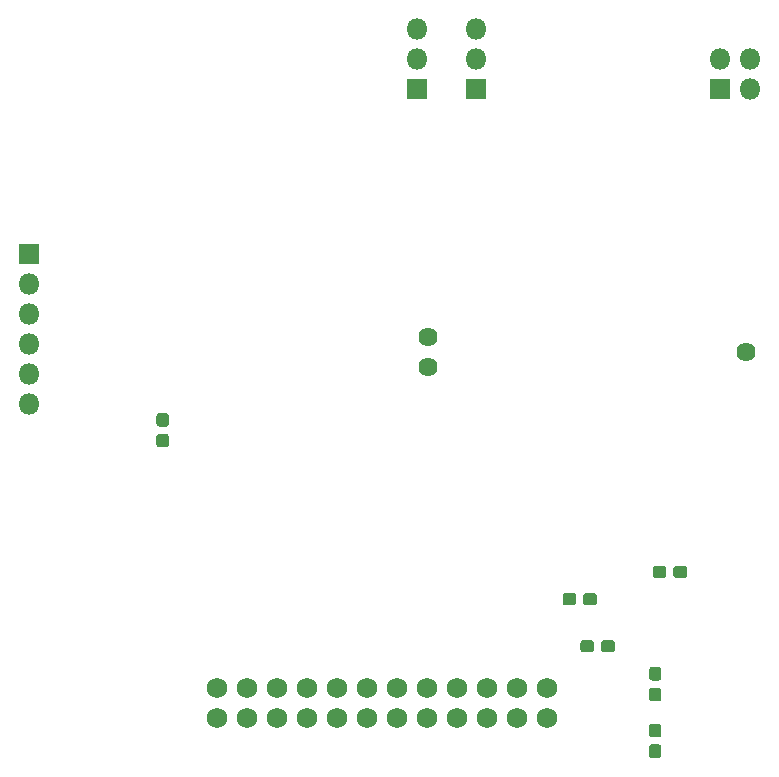
<source format=gbr>
%TF.GenerationSoftware,KiCad,Pcbnew,(5.1.4)-1*%
%TF.CreationDate,2020-12-20T21:21:53+02:00*%
%TF.ProjectId,Borta Dators,426f7274-6120-4446-9174-6f72732e6b69,rev?*%
%TF.SameCoordinates,Original*%
%TF.FileFunction,Soldermask,Bot*%
%TF.FilePolarity,Negative*%
%FSLAX46Y46*%
G04 Gerber Fmt 4.6, Leading zero omitted, Abs format (unit mm)*
G04 Created by KiCad (PCBNEW (5.1.4)-1) date 2020-12-20 21:21:53*
%MOMM*%
%LPD*%
G04 APERTURE LIST*
%ADD10C,1.624000*%
%ADD11C,1.740000*%
%ADD12C,0.100000*%
%ADD13C,1.050000*%
%ADD14R,1.800000X1.800000*%
%ADD15O,1.800000X1.800000*%
G04 APERTURE END LIST*
D10*
%TO.C,J4*%
X118950000Y-80490000D03*
X118950000Y-77950000D03*
X145850000Y-79220000D03*
%TD*%
D11*
%TO.C,J3*%
X128970000Y-110222000D03*
X128970000Y-107682000D03*
X126430000Y-110222000D03*
X126430000Y-107682000D03*
X123890000Y-110222000D03*
X123890000Y-107682000D03*
X121350000Y-110222000D03*
X121350000Y-107682000D03*
X118810000Y-110222000D03*
X118810000Y-107682000D03*
X116270000Y-110222000D03*
X116270000Y-107682000D03*
X113730000Y-110222000D03*
X113730000Y-107682000D03*
X111190000Y-110222000D03*
X111190000Y-107682000D03*
X108650000Y-110222000D03*
X108650000Y-107682000D03*
X106110000Y-110222000D03*
X106110000Y-107682000D03*
X103570000Y-110222000D03*
X103570000Y-107682000D03*
X101030000Y-110222000D03*
X101030000Y-107682000D03*
%TD*%
D12*
%TO.C,C3*%
G36*
X96738229Y-86171264D02*
G01*
X96763711Y-86175044D01*
X96788700Y-86181303D01*
X96812954Y-86189982D01*
X96836242Y-86200996D01*
X96858337Y-86214239D01*
X96879028Y-86229585D01*
X96898116Y-86246884D01*
X96915415Y-86265972D01*
X96930761Y-86286663D01*
X96944004Y-86308758D01*
X96955018Y-86332046D01*
X96963697Y-86356300D01*
X96969956Y-86381289D01*
X96973736Y-86406771D01*
X96975000Y-86432500D01*
X96975000Y-87057500D01*
X96973736Y-87083229D01*
X96969956Y-87108711D01*
X96963697Y-87133700D01*
X96955018Y-87157954D01*
X96944004Y-87181242D01*
X96930761Y-87203337D01*
X96915415Y-87224028D01*
X96898116Y-87243116D01*
X96879028Y-87260415D01*
X96858337Y-87275761D01*
X96836242Y-87289004D01*
X96812954Y-87300018D01*
X96788700Y-87308697D01*
X96763711Y-87314956D01*
X96738229Y-87318736D01*
X96712500Y-87320000D01*
X96187500Y-87320000D01*
X96161771Y-87318736D01*
X96136289Y-87314956D01*
X96111300Y-87308697D01*
X96087046Y-87300018D01*
X96063758Y-87289004D01*
X96041663Y-87275761D01*
X96020972Y-87260415D01*
X96001884Y-87243116D01*
X95984585Y-87224028D01*
X95969239Y-87203337D01*
X95955996Y-87181242D01*
X95944982Y-87157954D01*
X95936303Y-87133700D01*
X95930044Y-87108711D01*
X95926264Y-87083229D01*
X95925000Y-87057500D01*
X95925000Y-86432500D01*
X95926264Y-86406771D01*
X95930044Y-86381289D01*
X95936303Y-86356300D01*
X95944982Y-86332046D01*
X95955996Y-86308758D01*
X95969239Y-86286663D01*
X95984585Y-86265972D01*
X96001884Y-86246884D01*
X96020972Y-86229585D01*
X96041663Y-86214239D01*
X96063758Y-86200996D01*
X96087046Y-86189982D01*
X96111300Y-86181303D01*
X96136289Y-86175044D01*
X96161771Y-86171264D01*
X96187500Y-86170000D01*
X96712500Y-86170000D01*
X96738229Y-86171264D01*
X96738229Y-86171264D01*
G37*
D13*
X96450000Y-86745000D03*
D12*
G36*
X96738229Y-84421264D02*
G01*
X96763711Y-84425044D01*
X96788700Y-84431303D01*
X96812954Y-84439982D01*
X96836242Y-84450996D01*
X96858337Y-84464239D01*
X96879028Y-84479585D01*
X96898116Y-84496884D01*
X96915415Y-84515972D01*
X96930761Y-84536663D01*
X96944004Y-84558758D01*
X96955018Y-84582046D01*
X96963697Y-84606300D01*
X96969956Y-84631289D01*
X96973736Y-84656771D01*
X96975000Y-84682500D01*
X96975000Y-85307500D01*
X96973736Y-85333229D01*
X96969956Y-85358711D01*
X96963697Y-85383700D01*
X96955018Y-85407954D01*
X96944004Y-85431242D01*
X96930761Y-85453337D01*
X96915415Y-85474028D01*
X96898116Y-85493116D01*
X96879028Y-85510415D01*
X96858337Y-85525761D01*
X96836242Y-85539004D01*
X96812954Y-85550018D01*
X96788700Y-85558697D01*
X96763711Y-85564956D01*
X96738229Y-85568736D01*
X96712500Y-85570000D01*
X96187500Y-85570000D01*
X96161771Y-85568736D01*
X96136289Y-85564956D01*
X96111300Y-85558697D01*
X96087046Y-85550018D01*
X96063758Y-85539004D01*
X96041663Y-85525761D01*
X96020972Y-85510415D01*
X96001884Y-85493116D01*
X95984585Y-85474028D01*
X95969239Y-85453337D01*
X95955996Y-85431242D01*
X95944982Y-85407954D01*
X95936303Y-85383700D01*
X95930044Y-85358711D01*
X95926264Y-85333229D01*
X95925000Y-85307500D01*
X95925000Y-84682500D01*
X95926264Y-84656771D01*
X95930044Y-84631289D01*
X95936303Y-84606300D01*
X95944982Y-84582046D01*
X95955996Y-84558758D01*
X95969239Y-84536663D01*
X95984585Y-84515972D01*
X96001884Y-84496884D01*
X96020972Y-84479585D01*
X96041663Y-84464239D01*
X96063758Y-84450996D01*
X96087046Y-84439982D01*
X96111300Y-84431303D01*
X96136289Y-84425044D01*
X96161771Y-84421264D01*
X96187500Y-84420000D01*
X96712500Y-84420000D01*
X96738229Y-84421264D01*
X96738229Y-84421264D01*
G37*
D13*
X96450000Y-84995000D03*
%TD*%
D14*
%TO.C,J1*%
X85150000Y-70960000D03*
D15*
X85150000Y-73500000D03*
X85150000Y-76040000D03*
X85150000Y-78580000D03*
X85150000Y-81120000D03*
X85150000Y-83660000D03*
%TD*%
D12*
%TO.C,R15*%
G36*
X138448229Y-110721264D02*
G01*
X138473711Y-110725044D01*
X138498700Y-110731303D01*
X138522954Y-110739982D01*
X138546242Y-110750996D01*
X138568337Y-110764239D01*
X138589028Y-110779585D01*
X138608116Y-110796884D01*
X138625415Y-110815972D01*
X138640761Y-110836663D01*
X138654004Y-110858758D01*
X138665018Y-110882046D01*
X138673697Y-110906300D01*
X138679956Y-110931289D01*
X138683736Y-110956771D01*
X138685000Y-110982500D01*
X138685000Y-111607500D01*
X138683736Y-111633229D01*
X138679956Y-111658711D01*
X138673697Y-111683700D01*
X138665018Y-111707954D01*
X138654004Y-111731242D01*
X138640761Y-111753337D01*
X138625415Y-111774028D01*
X138608116Y-111793116D01*
X138589028Y-111810415D01*
X138568337Y-111825761D01*
X138546242Y-111839004D01*
X138522954Y-111850018D01*
X138498700Y-111858697D01*
X138473711Y-111864956D01*
X138448229Y-111868736D01*
X138422500Y-111870000D01*
X137897500Y-111870000D01*
X137871771Y-111868736D01*
X137846289Y-111864956D01*
X137821300Y-111858697D01*
X137797046Y-111850018D01*
X137773758Y-111839004D01*
X137751663Y-111825761D01*
X137730972Y-111810415D01*
X137711884Y-111793116D01*
X137694585Y-111774028D01*
X137679239Y-111753337D01*
X137665996Y-111731242D01*
X137654982Y-111707954D01*
X137646303Y-111683700D01*
X137640044Y-111658711D01*
X137636264Y-111633229D01*
X137635000Y-111607500D01*
X137635000Y-110982500D01*
X137636264Y-110956771D01*
X137640044Y-110931289D01*
X137646303Y-110906300D01*
X137654982Y-110882046D01*
X137665996Y-110858758D01*
X137679239Y-110836663D01*
X137694585Y-110815972D01*
X137711884Y-110796884D01*
X137730972Y-110779585D01*
X137751663Y-110764239D01*
X137773758Y-110750996D01*
X137797046Y-110739982D01*
X137821300Y-110731303D01*
X137846289Y-110725044D01*
X137871771Y-110721264D01*
X137897500Y-110720000D01*
X138422500Y-110720000D01*
X138448229Y-110721264D01*
X138448229Y-110721264D01*
G37*
D13*
X138160000Y-111295000D03*
D12*
G36*
X138448229Y-112471264D02*
G01*
X138473711Y-112475044D01*
X138498700Y-112481303D01*
X138522954Y-112489982D01*
X138546242Y-112500996D01*
X138568337Y-112514239D01*
X138589028Y-112529585D01*
X138608116Y-112546884D01*
X138625415Y-112565972D01*
X138640761Y-112586663D01*
X138654004Y-112608758D01*
X138665018Y-112632046D01*
X138673697Y-112656300D01*
X138679956Y-112681289D01*
X138683736Y-112706771D01*
X138685000Y-112732500D01*
X138685000Y-113357500D01*
X138683736Y-113383229D01*
X138679956Y-113408711D01*
X138673697Y-113433700D01*
X138665018Y-113457954D01*
X138654004Y-113481242D01*
X138640761Y-113503337D01*
X138625415Y-113524028D01*
X138608116Y-113543116D01*
X138589028Y-113560415D01*
X138568337Y-113575761D01*
X138546242Y-113589004D01*
X138522954Y-113600018D01*
X138498700Y-113608697D01*
X138473711Y-113614956D01*
X138448229Y-113618736D01*
X138422500Y-113620000D01*
X137897500Y-113620000D01*
X137871771Y-113618736D01*
X137846289Y-113614956D01*
X137821300Y-113608697D01*
X137797046Y-113600018D01*
X137773758Y-113589004D01*
X137751663Y-113575761D01*
X137730972Y-113560415D01*
X137711884Y-113543116D01*
X137694585Y-113524028D01*
X137679239Y-113503337D01*
X137665996Y-113481242D01*
X137654982Y-113457954D01*
X137646303Y-113433700D01*
X137640044Y-113408711D01*
X137636264Y-113383229D01*
X137635000Y-113357500D01*
X137635000Y-112732500D01*
X137636264Y-112706771D01*
X137640044Y-112681289D01*
X137646303Y-112656300D01*
X137654982Y-112632046D01*
X137665996Y-112608758D01*
X137679239Y-112586663D01*
X137694585Y-112565972D01*
X137711884Y-112546884D01*
X137730972Y-112529585D01*
X137751663Y-112514239D01*
X137773758Y-112500996D01*
X137797046Y-112489982D01*
X137821300Y-112481303D01*
X137846289Y-112475044D01*
X137871771Y-112471264D01*
X137897500Y-112470000D01*
X138422500Y-112470000D01*
X138448229Y-112471264D01*
X138448229Y-112471264D01*
G37*
D13*
X138160000Y-113045000D03*
%TD*%
D12*
%TO.C,R16*%
G36*
X138448229Y-107671264D02*
G01*
X138473711Y-107675044D01*
X138498700Y-107681303D01*
X138522954Y-107689982D01*
X138546242Y-107700996D01*
X138568337Y-107714239D01*
X138589028Y-107729585D01*
X138608116Y-107746884D01*
X138625415Y-107765972D01*
X138640761Y-107786663D01*
X138654004Y-107808758D01*
X138665018Y-107832046D01*
X138673697Y-107856300D01*
X138679956Y-107881289D01*
X138683736Y-107906771D01*
X138685000Y-107932500D01*
X138685000Y-108557500D01*
X138683736Y-108583229D01*
X138679956Y-108608711D01*
X138673697Y-108633700D01*
X138665018Y-108657954D01*
X138654004Y-108681242D01*
X138640761Y-108703337D01*
X138625415Y-108724028D01*
X138608116Y-108743116D01*
X138589028Y-108760415D01*
X138568337Y-108775761D01*
X138546242Y-108789004D01*
X138522954Y-108800018D01*
X138498700Y-108808697D01*
X138473711Y-108814956D01*
X138448229Y-108818736D01*
X138422500Y-108820000D01*
X137897500Y-108820000D01*
X137871771Y-108818736D01*
X137846289Y-108814956D01*
X137821300Y-108808697D01*
X137797046Y-108800018D01*
X137773758Y-108789004D01*
X137751663Y-108775761D01*
X137730972Y-108760415D01*
X137711884Y-108743116D01*
X137694585Y-108724028D01*
X137679239Y-108703337D01*
X137665996Y-108681242D01*
X137654982Y-108657954D01*
X137646303Y-108633700D01*
X137640044Y-108608711D01*
X137636264Y-108583229D01*
X137635000Y-108557500D01*
X137635000Y-107932500D01*
X137636264Y-107906771D01*
X137640044Y-107881289D01*
X137646303Y-107856300D01*
X137654982Y-107832046D01*
X137665996Y-107808758D01*
X137679239Y-107786663D01*
X137694585Y-107765972D01*
X137711884Y-107746884D01*
X137730972Y-107729585D01*
X137751663Y-107714239D01*
X137773758Y-107700996D01*
X137797046Y-107689982D01*
X137821300Y-107681303D01*
X137846289Y-107675044D01*
X137871771Y-107671264D01*
X137897500Y-107670000D01*
X138422500Y-107670000D01*
X138448229Y-107671264D01*
X138448229Y-107671264D01*
G37*
D13*
X138160000Y-108245000D03*
D12*
G36*
X138448229Y-105921264D02*
G01*
X138473711Y-105925044D01*
X138498700Y-105931303D01*
X138522954Y-105939982D01*
X138546242Y-105950996D01*
X138568337Y-105964239D01*
X138589028Y-105979585D01*
X138608116Y-105996884D01*
X138625415Y-106015972D01*
X138640761Y-106036663D01*
X138654004Y-106058758D01*
X138665018Y-106082046D01*
X138673697Y-106106300D01*
X138679956Y-106131289D01*
X138683736Y-106156771D01*
X138685000Y-106182500D01*
X138685000Y-106807500D01*
X138683736Y-106833229D01*
X138679956Y-106858711D01*
X138673697Y-106883700D01*
X138665018Y-106907954D01*
X138654004Y-106931242D01*
X138640761Y-106953337D01*
X138625415Y-106974028D01*
X138608116Y-106993116D01*
X138589028Y-107010415D01*
X138568337Y-107025761D01*
X138546242Y-107039004D01*
X138522954Y-107050018D01*
X138498700Y-107058697D01*
X138473711Y-107064956D01*
X138448229Y-107068736D01*
X138422500Y-107070000D01*
X137897500Y-107070000D01*
X137871771Y-107068736D01*
X137846289Y-107064956D01*
X137821300Y-107058697D01*
X137797046Y-107050018D01*
X137773758Y-107039004D01*
X137751663Y-107025761D01*
X137730972Y-107010415D01*
X137711884Y-106993116D01*
X137694585Y-106974028D01*
X137679239Y-106953337D01*
X137665996Y-106931242D01*
X137654982Y-106907954D01*
X137646303Y-106883700D01*
X137640044Y-106858711D01*
X137636264Y-106833229D01*
X137635000Y-106807500D01*
X137635000Y-106182500D01*
X137636264Y-106156771D01*
X137640044Y-106131289D01*
X137646303Y-106106300D01*
X137654982Y-106082046D01*
X137665996Y-106058758D01*
X137679239Y-106036663D01*
X137694585Y-106015972D01*
X137711884Y-105996884D01*
X137730972Y-105979585D01*
X137751663Y-105964239D01*
X137773758Y-105950996D01*
X137797046Y-105939982D01*
X137821300Y-105931303D01*
X137846289Y-105925044D01*
X137871771Y-105921264D01*
X137897500Y-105920000D01*
X138422500Y-105920000D01*
X138448229Y-105921264D01*
X138448229Y-105921264D01*
G37*
D13*
X138160000Y-106495000D03*
%TD*%
D12*
%TO.C,R17*%
G36*
X134483229Y-103646264D02*
G01*
X134508711Y-103650044D01*
X134533700Y-103656303D01*
X134557954Y-103664982D01*
X134581242Y-103675996D01*
X134603337Y-103689239D01*
X134624028Y-103704585D01*
X134643116Y-103721884D01*
X134660415Y-103740972D01*
X134675761Y-103761663D01*
X134689004Y-103783758D01*
X134700018Y-103807046D01*
X134708697Y-103831300D01*
X134714956Y-103856289D01*
X134718736Y-103881771D01*
X134720000Y-103907500D01*
X134720000Y-104432500D01*
X134718736Y-104458229D01*
X134714956Y-104483711D01*
X134708697Y-104508700D01*
X134700018Y-104532954D01*
X134689004Y-104556242D01*
X134675761Y-104578337D01*
X134660415Y-104599028D01*
X134643116Y-104618116D01*
X134624028Y-104635415D01*
X134603337Y-104650761D01*
X134581242Y-104664004D01*
X134557954Y-104675018D01*
X134533700Y-104683697D01*
X134508711Y-104689956D01*
X134483229Y-104693736D01*
X134457500Y-104695000D01*
X133832500Y-104695000D01*
X133806771Y-104693736D01*
X133781289Y-104689956D01*
X133756300Y-104683697D01*
X133732046Y-104675018D01*
X133708758Y-104664004D01*
X133686663Y-104650761D01*
X133665972Y-104635415D01*
X133646884Y-104618116D01*
X133629585Y-104599028D01*
X133614239Y-104578337D01*
X133600996Y-104556242D01*
X133589982Y-104532954D01*
X133581303Y-104508700D01*
X133575044Y-104483711D01*
X133571264Y-104458229D01*
X133570000Y-104432500D01*
X133570000Y-103907500D01*
X133571264Y-103881771D01*
X133575044Y-103856289D01*
X133581303Y-103831300D01*
X133589982Y-103807046D01*
X133600996Y-103783758D01*
X133614239Y-103761663D01*
X133629585Y-103740972D01*
X133646884Y-103721884D01*
X133665972Y-103704585D01*
X133686663Y-103689239D01*
X133708758Y-103675996D01*
X133732046Y-103664982D01*
X133756300Y-103656303D01*
X133781289Y-103650044D01*
X133806771Y-103646264D01*
X133832500Y-103645000D01*
X134457500Y-103645000D01*
X134483229Y-103646264D01*
X134483229Y-103646264D01*
G37*
D13*
X134145000Y-104170000D03*
D12*
G36*
X132733229Y-103646264D02*
G01*
X132758711Y-103650044D01*
X132783700Y-103656303D01*
X132807954Y-103664982D01*
X132831242Y-103675996D01*
X132853337Y-103689239D01*
X132874028Y-103704585D01*
X132893116Y-103721884D01*
X132910415Y-103740972D01*
X132925761Y-103761663D01*
X132939004Y-103783758D01*
X132950018Y-103807046D01*
X132958697Y-103831300D01*
X132964956Y-103856289D01*
X132968736Y-103881771D01*
X132970000Y-103907500D01*
X132970000Y-104432500D01*
X132968736Y-104458229D01*
X132964956Y-104483711D01*
X132958697Y-104508700D01*
X132950018Y-104532954D01*
X132939004Y-104556242D01*
X132925761Y-104578337D01*
X132910415Y-104599028D01*
X132893116Y-104618116D01*
X132874028Y-104635415D01*
X132853337Y-104650761D01*
X132831242Y-104664004D01*
X132807954Y-104675018D01*
X132783700Y-104683697D01*
X132758711Y-104689956D01*
X132733229Y-104693736D01*
X132707500Y-104695000D01*
X132082500Y-104695000D01*
X132056771Y-104693736D01*
X132031289Y-104689956D01*
X132006300Y-104683697D01*
X131982046Y-104675018D01*
X131958758Y-104664004D01*
X131936663Y-104650761D01*
X131915972Y-104635415D01*
X131896884Y-104618116D01*
X131879585Y-104599028D01*
X131864239Y-104578337D01*
X131850996Y-104556242D01*
X131839982Y-104532954D01*
X131831303Y-104508700D01*
X131825044Y-104483711D01*
X131821264Y-104458229D01*
X131820000Y-104432500D01*
X131820000Y-103907500D01*
X131821264Y-103881771D01*
X131825044Y-103856289D01*
X131831303Y-103831300D01*
X131839982Y-103807046D01*
X131850996Y-103783758D01*
X131864239Y-103761663D01*
X131879585Y-103740972D01*
X131896884Y-103721884D01*
X131915972Y-103704585D01*
X131936663Y-103689239D01*
X131958758Y-103675996D01*
X131982046Y-103664982D01*
X132006300Y-103656303D01*
X132031289Y-103650044D01*
X132056771Y-103646264D01*
X132082500Y-103645000D01*
X132707500Y-103645000D01*
X132733229Y-103646264D01*
X132733229Y-103646264D01*
G37*
D13*
X132395000Y-104170000D03*
%TD*%
D12*
%TO.C,R18*%
G36*
X140613229Y-97346264D02*
G01*
X140638711Y-97350044D01*
X140663700Y-97356303D01*
X140687954Y-97364982D01*
X140711242Y-97375996D01*
X140733337Y-97389239D01*
X140754028Y-97404585D01*
X140773116Y-97421884D01*
X140790415Y-97440972D01*
X140805761Y-97461663D01*
X140819004Y-97483758D01*
X140830018Y-97507046D01*
X140838697Y-97531300D01*
X140844956Y-97556289D01*
X140848736Y-97581771D01*
X140850000Y-97607500D01*
X140850000Y-98132500D01*
X140848736Y-98158229D01*
X140844956Y-98183711D01*
X140838697Y-98208700D01*
X140830018Y-98232954D01*
X140819004Y-98256242D01*
X140805761Y-98278337D01*
X140790415Y-98299028D01*
X140773116Y-98318116D01*
X140754028Y-98335415D01*
X140733337Y-98350761D01*
X140711242Y-98364004D01*
X140687954Y-98375018D01*
X140663700Y-98383697D01*
X140638711Y-98389956D01*
X140613229Y-98393736D01*
X140587500Y-98395000D01*
X139962500Y-98395000D01*
X139936771Y-98393736D01*
X139911289Y-98389956D01*
X139886300Y-98383697D01*
X139862046Y-98375018D01*
X139838758Y-98364004D01*
X139816663Y-98350761D01*
X139795972Y-98335415D01*
X139776884Y-98318116D01*
X139759585Y-98299028D01*
X139744239Y-98278337D01*
X139730996Y-98256242D01*
X139719982Y-98232954D01*
X139711303Y-98208700D01*
X139705044Y-98183711D01*
X139701264Y-98158229D01*
X139700000Y-98132500D01*
X139700000Y-97607500D01*
X139701264Y-97581771D01*
X139705044Y-97556289D01*
X139711303Y-97531300D01*
X139719982Y-97507046D01*
X139730996Y-97483758D01*
X139744239Y-97461663D01*
X139759585Y-97440972D01*
X139776884Y-97421884D01*
X139795972Y-97404585D01*
X139816663Y-97389239D01*
X139838758Y-97375996D01*
X139862046Y-97364982D01*
X139886300Y-97356303D01*
X139911289Y-97350044D01*
X139936771Y-97346264D01*
X139962500Y-97345000D01*
X140587500Y-97345000D01*
X140613229Y-97346264D01*
X140613229Y-97346264D01*
G37*
D13*
X140275000Y-97870000D03*
D12*
G36*
X138863229Y-97346264D02*
G01*
X138888711Y-97350044D01*
X138913700Y-97356303D01*
X138937954Y-97364982D01*
X138961242Y-97375996D01*
X138983337Y-97389239D01*
X139004028Y-97404585D01*
X139023116Y-97421884D01*
X139040415Y-97440972D01*
X139055761Y-97461663D01*
X139069004Y-97483758D01*
X139080018Y-97507046D01*
X139088697Y-97531300D01*
X139094956Y-97556289D01*
X139098736Y-97581771D01*
X139100000Y-97607500D01*
X139100000Y-98132500D01*
X139098736Y-98158229D01*
X139094956Y-98183711D01*
X139088697Y-98208700D01*
X139080018Y-98232954D01*
X139069004Y-98256242D01*
X139055761Y-98278337D01*
X139040415Y-98299028D01*
X139023116Y-98318116D01*
X139004028Y-98335415D01*
X138983337Y-98350761D01*
X138961242Y-98364004D01*
X138937954Y-98375018D01*
X138913700Y-98383697D01*
X138888711Y-98389956D01*
X138863229Y-98393736D01*
X138837500Y-98395000D01*
X138212500Y-98395000D01*
X138186771Y-98393736D01*
X138161289Y-98389956D01*
X138136300Y-98383697D01*
X138112046Y-98375018D01*
X138088758Y-98364004D01*
X138066663Y-98350761D01*
X138045972Y-98335415D01*
X138026884Y-98318116D01*
X138009585Y-98299028D01*
X137994239Y-98278337D01*
X137980996Y-98256242D01*
X137969982Y-98232954D01*
X137961303Y-98208700D01*
X137955044Y-98183711D01*
X137951264Y-98158229D01*
X137950000Y-98132500D01*
X137950000Y-97607500D01*
X137951264Y-97581771D01*
X137955044Y-97556289D01*
X137961303Y-97531300D01*
X137969982Y-97507046D01*
X137980996Y-97483758D01*
X137994239Y-97461663D01*
X138009585Y-97440972D01*
X138026884Y-97421884D01*
X138045972Y-97404585D01*
X138066663Y-97389239D01*
X138088758Y-97375996D01*
X138112046Y-97364982D01*
X138136300Y-97356303D01*
X138161289Y-97350044D01*
X138186771Y-97346264D01*
X138212500Y-97345000D01*
X138837500Y-97345000D01*
X138863229Y-97346264D01*
X138863229Y-97346264D01*
G37*
D13*
X138525000Y-97870000D03*
%TD*%
D12*
%TO.C,R19*%
G36*
X132973229Y-99646264D02*
G01*
X132998711Y-99650044D01*
X133023700Y-99656303D01*
X133047954Y-99664982D01*
X133071242Y-99675996D01*
X133093337Y-99689239D01*
X133114028Y-99704585D01*
X133133116Y-99721884D01*
X133150415Y-99740972D01*
X133165761Y-99761663D01*
X133179004Y-99783758D01*
X133190018Y-99807046D01*
X133198697Y-99831300D01*
X133204956Y-99856289D01*
X133208736Y-99881771D01*
X133210000Y-99907500D01*
X133210000Y-100432500D01*
X133208736Y-100458229D01*
X133204956Y-100483711D01*
X133198697Y-100508700D01*
X133190018Y-100532954D01*
X133179004Y-100556242D01*
X133165761Y-100578337D01*
X133150415Y-100599028D01*
X133133116Y-100618116D01*
X133114028Y-100635415D01*
X133093337Y-100650761D01*
X133071242Y-100664004D01*
X133047954Y-100675018D01*
X133023700Y-100683697D01*
X132998711Y-100689956D01*
X132973229Y-100693736D01*
X132947500Y-100695000D01*
X132322500Y-100695000D01*
X132296771Y-100693736D01*
X132271289Y-100689956D01*
X132246300Y-100683697D01*
X132222046Y-100675018D01*
X132198758Y-100664004D01*
X132176663Y-100650761D01*
X132155972Y-100635415D01*
X132136884Y-100618116D01*
X132119585Y-100599028D01*
X132104239Y-100578337D01*
X132090996Y-100556242D01*
X132079982Y-100532954D01*
X132071303Y-100508700D01*
X132065044Y-100483711D01*
X132061264Y-100458229D01*
X132060000Y-100432500D01*
X132060000Y-99907500D01*
X132061264Y-99881771D01*
X132065044Y-99856289D01*
X132071303Y-99831300D01*
X132079982Y-99807046D01*
X132090996Y-99783758D01*
X132104239Y-99761663D01*
X132119585Y-99740972D01*
X132136884Y-99721884D01*
X132155972Y-99704585D01*
X132176663Y-99689239D01*
X132198758Y-99675996D01*
X132222046Y-99664982D01*
X132246300Y-99656303D01*
X132271289Y-99650044D01*
X132296771Y-99646264D01*
X132322500Y-99645000D01*
X132947500Y-99645000D01*
X132973229Y-99646264D01*
X132973229Y-99646264D01*
G37*
D13*
X132635000Y-100170000D03*
D12*
G36*
X131223229Y-99646264D02*
G01*
X131248711Y-99650044D01*
X131273700Y-99656303D01*
X131297954Y-99664982D01*
X131321242Y-99675996D01*
X131343337Y-99689239D01*
X131364028Y-99704585D01*
X131383116Y-99721884D01*
X131400415Y-99740972D01*
X131415761Y-99761663D01*
X131429004Y-99783758D01*
X131440018Y-99807046D01*
X131448697Y-99831300D01*
X131454956Y-99856289D01*
X131458736Y-99881771D01*
X131460000Y-99907500D01*
X131460000Y-100432500D01*
X131458736Y-100458229D01*
X131454956Y-100483711D01*
X131448697Y-100508700D01*
X131440018Y-100532954D01*
X131429004Y-100556242D01*
X131415761Y-100578337D01*
X131400415Y-100599028D01*
X131383116Y-100618116D01*
X131364028Y-100635415D01*
X131343337Y-100650761D01*
X131321242Y-100664004D01*
X131297954Y-100675018D01*
X131273700Y-100683697D01*
X131248711Y-100689956D01*
X131223229Y-100693736D01*
X131197500Y-100695000D01*
X130572500Y-100695000D01*
X130546771Y-100693736D01*
X130521289Y-100689956D01*
X130496300Y-100683697D01*
X130472046Y-100675018D01*
X130448758Y-100664004D01*
X130426663Y-100650761D01*
X130405972Y-100635415D01*
X130386884Y-100618116D01*
X130369585Y-100599028D01*
X130354239Y-100578337D01*
X130340996Y-100556242D01*
X130329982Y-100532954D01*
X130321303Y-100508700D01*
X130315044Y-100483711D01*
X130311264Y-100458229D01*
X130310000Y-100432500D01*
X130310000Y-99907500D01*
X130311264Y-99881771D01*
X130315044Y-99856289D01*
X130321303Y-99831300D01*
X130329982Y-99807046D01*
X130340996Y-99783758D01*
X130354239Y-99761663D01*
X130369585Y-99740972D01*
X130386884Y-99721884D01*
X130405972Y-99704585D01*
X130426663Y-99689239D01*
X130448758Y-99675996D01*
X130472046Y-99664982D01*
X130496300Y-99656303D01*
X130521289Y-99650044D01*
X130546771Y-99646264D01*
X130572500Y-99645000D01*
X131197500Y-99645000D01*
X131223229Y-99646264D01*
X131223229Y-99646264D01*
G37*
D13*
X130885000Y-100170000D03*
%TD*%
D14*
%TO.C,SW1*%
X118000000Y-57000000D03*
D15*
X118000000Y-54460000D03*
X118000000Y-51920000D03*
%TD*%
D14*
%TO.C,SW3*%
X143620000Y-57000000D03*
D15*
X143620000Y-54460000D03*
X146160000Y-57000000D03*
X146160000Y-54460000D03*
%TD*%
%TO.C,SW4*%
X123000000Y-51920000D03*
X123000000Y-54460000D03*
D14*
X123000000Y-57000000D03*
%TD*%
M02*

</source>
